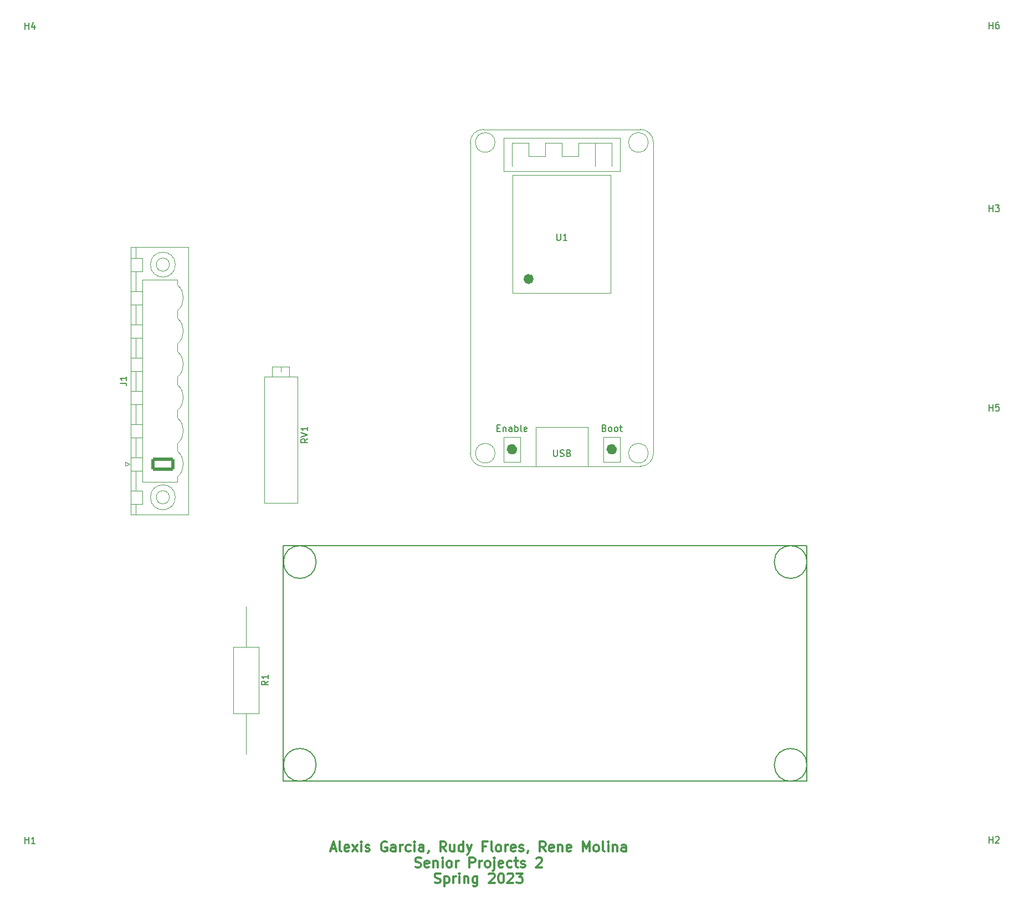
<source format=gto>
%TF.GenerationSoftware,KiCad,Pcbnew,(6.0.11-0)*%
%TF.CreationDate,2023-03-27T16:41:50-06:00*%
%TF.ProjectId,LCD,4c43442e-6b69-4636-9164-5f7063625858,rev?*%
%TF.SameCoordinates,Original*%
%TF.FileFunction,Legend,Top*%
%TF.FilePolarity,Positive*%
%FSLAX46Y46*%
G04 Gerber Fmt 4.6, Leading zero omitted, Abs format (unit mm)*
G04 Created by KiCad (PCBNEW (6.0.11-0)) date 2023-03-27 16:41:50*
%MOMM*%
%LPD*%
G01*
G04 APERTURE LIST*
G04 Aperture macros list*
%AMRoundRect*
0 Rectangle with rounded corners*
0 $1 Rounding radius*
0 $2 $3 $4 $5 $6 $7 $8 $9 X,Y pos of 4 corners*
0 Add a 4 corners polygon primitive as box body*
4,1,4,$2,$3,$4,$5,$6,$7,$8,$9,$2,$3,0*
0 Add four circle primitives for the rounded corners*
1,1,$1+$1,$2,$3*
1,1,$1+$1,$4,$5*
1,1,$1+$1,$6,$7*
1,1,$1+$1,$8,$9*
0 Add four rect primitives between the rounded corners*
20,1,$1+$1,$2,$3,$4,$5,0*
20,1,$1+$1,$4,$5,$6,$7,0*
20,1,$1+$1,$6,$7,$8,$9,0*
20,1,$1+$1,$8,$9,$2,$3,0*%
G04 Aperture macros list end*
%ADD10C,0.300000*%
%ADD11C,0.150000*%
%ADD12C,0.120000*%
%ADD13C,1.000000*%
%ADD14C,0.800000*%
%ADD15O,1.800000X2.600000*%
%ADD16C,3.230000*%
%ADD17C,1.800000*%
%ADD18RoundRect,0.249999X1.550001X-0.790001X1.550001X0.790001X-1.550001X0.790001X-1.550001X-0.790001X0*%
%ADD19O,3.600000X2.080000*%
%ADD20R,1.524000X1.524000*%
%ADD21C,1.524000*%
%ADD22C,2.400000*%
%ADD23O,2.400000X2.400000*%
G04 APERTURE END LIST*
D10*
X81568571Y-150235000D02*
X82282857Y-150235000D01*
X81425714Y-150663571D02*
X81925714Y-149163571D01*
X82425714Y-150663571D01*
X83139999Y-150663571D02*
X82997142Y-150592142D01*
X82925714Y-150449285D01*
X82925714Y-149163571D01*
X84282857Y-150592142D02*
X84139999Y-150663571D01*
X83854285Y-150663571D01*
X83711428Y-150592142D01*
X83639999Y-150449285D01*
X83639999Y-149877857D01*
X83711428Y-149735000D01*
X83854285Y-149663571D01*
X84139999Y-149663571D01*
X84282857Y-149735000D01*
X84354285Y-149877857D01*
X84354285Y-150020714D01*
X83639999Y-150163571D01*
X84854285Y-150663571D02*
X85639999Y-149663571D01*
X84854285Y-149663571D02*
X85639999Y-150663571D01*
X86211428Y-150663571D02*
X86211428Y-149663571D01*
X86211428Y-149163571D02*
X86139999Y-149235000D01*
X86211428Y-149306428D01*
X86282857Y-149235000D01*
X86211428Y-149163571D01*
X86211428Y-149306428D01*
X86854285Y-150592142D02*
X86997142Y-150663571D01*
X87282857Y-150663571D01*
X87425714Y-150592142D01*
X87497142Y-150449285D01*
X87497142Y-150377857D01*
X87425714Y-150235000D01*
X87282857Y-150163571D01*
X87068571Y-150163571D01*
X86925714Y-150092142D01*
X86854285Y-149949285D01*
X86854285Y-149877857D01*
X86925714Y-149735000D01*
X87068571Y-149663571D01*
X87282857Y-149663571D01*
X87425714Y-149735000D01*
X90068571Y-149235000D02*
X89925714Y-149163571D01*
X89711428Y-149163571D01*
X89497142Y-149235000D01*
X89354285Y-149377857D01*
X89282857Y-149520714D01*
X89211428Y-149806428D01*
X89211428Y-150020714D01*
X89282857Y-150306428D01*
X89354285Y-150449285D01*
X89497142Y-150592142D01*
X89711428Y-150663571D01*
X89854285Y-150663571D01*
X90068571Y-150592142D01*
X90140000Y-150520714D01*
X90140000Y-150020714D01*
X89854285Y-150020714D01*
X91425714Y-150663571D02*
X91425714Y-149877857D01*
X91354285Y-149735000D01*
X91211428Y-149663571D01*
X90925714Y-149663571D01*
X90782857Y-149735000D01*
X91425714Y-150592142D02*
X91282857Y-150663571D01*
X90925714Y-150663571D01*
X90782857Y-150592142D01*
X90711428Y-150449285D01*
X90711428Y-150306428D01*
X90782857Y-150163571D01*
X90925714Y-150092142D01*
X91282857Y-150092142D01*
X91425714Y-150020714D01*
X92139999Y-150663571D02*
X92139999Y-149663571D01*
X92139999Y-149949285D02*
X92211428Y-149806428D01*
X92282857Y-149735000D01*
X92425714Y-149663571D01*
X92568571Y-149663571D01*
X93711428Y-150592142D02*
X93568571Y-150663571D01*
X93282857Y-150663571D01*
X93140000Y-150592142D01*
X93068571Y-150520714D01*
X92997142Y-150377857D01*
X92997142Y-149949285D01*
X93068571Y-149806428D01*
X93140000Y-149735000D01*
X93282857Y-149663571D01*
X93568571Y-149663571D01*
X93711428Y-149735000D01*
X94354285Y-150663571D02*
X94354285Y-149663571D01*
X94354285Y-149163571D02*
X94282857Y-149235000D01*
X94354285Y-149306428D01*
X94425714Y-149235000D01*
X94354285Y-149163571D01*
X94354285Y-149306428D01*
X95711428Y-150663571D02*
X95711428Y-149877857D01*
X95640000Y-149735000D01*
X95497142Y-149663571D01*
X95211428Y-149663571D01*
X95068571Y-149735000D01*
X95711428Y-150592142D02*
X95568571Y-150663571D01*
X95211428Y-150663571D01*
X95068571Y-150592142D01*
X94997142Y-150449285D01*
X94997142Y-150306428D01*
X95068571Y-150163571D01*
X95211428Y-150092142D01*
X95568571Y-150092142D01*
X95711428Y-150020714D01*
X96497142Y-150592142D02*
X96497142Y-150663571D01*
X96425714Y-150806428D01*
X96354285Y-150877857D01*
X99139999Y-150663571D02*
X98639999Y-149949285D01*
X98282857Y-150663571D02*
X98282857Y-149163571D01*
X98854285Y-149163571D01*
X98997142Y-149235000D01*
X99068571Y-149306428D01*
X99139999Y-149449285D01*
X99139999Y-149663571D01*
X99068571Y-149806428D01*
X98997142Y-149877857D01*
X98854285Y-149949285D01*
X98282857Y-149949285D01*
X100425714Y-149663571D02*
X100425714Y-150663571D01*
X99782857Y-149663571D02*
X99782857Y-150449285D01*
X99854285Y-150592142D01*
X99997142Y-150663571D01*
X100211428Y-150663571D01*
X100354285Y-150592142D01*
X100425714Y-150520714D01*
X101782857Y-150663571D02*
X101782857Y-149163571D01*
X101782857Y-150592142D02*
X101640000Y-150663571D01*
X101354285Y-150663571D01*
X101211428Y-150592142D01*
X101140000Y-150520714D01*
X101068571Y-150377857D01*
X101068571Y-149949285D01*
X101140000Y-149806428D01*
X101211428Y-149735000D01*
X101354285Y-149663571D01*
X101640000Y-149663571D01*
X101782857Y-149735000D01*
X102354285Y-149663571D02*
X102711428Y-150663571D01*
X103068571Y-149663571D02*
X102711428Y-150663571D01*
X102568571Y-151020714D01*
X102497142Y-151092142D01*
X102354285Y-151163571D01*
X105282857Y-149877857D02*
X104782857Y-149877857D01*
X104782857Y-150663571D02*
X104782857Y-149163571D01*
X105497142Y-149163571D01*
X106282857Y-150663571D02*
X106140000Y-150592142D01*
X106068571Y-150449285D01*
X106068571Y-149163571D01*
X107068571Y-150663571D02*
X106925714Y-150592142D01*
X106854285Y-150520714D01*
X106782857Y-150377857D01*
X106782857Y-149949285D01*
X106854285Y-149806428D01*
X106925714Y-149735000D01*
X107068571Y-149663571D01*
X107282857Y-149663571D01*
X107425714Y-149735000D01*
X107497142Y-149806428D01*
X107568571Y-149949285D01*
X107568571Y-150377857D01*
X107497142Y-150520714D01*
X107425714Y-150592142D01*
X107282857Y-150663571D01*
X107068571Y-150663571D01*
X108211428Y-150663571D02*
X108211428Y-149663571D01*
X108211428Y-149949285D02*
X108282857Y-149806428D01*
X108354285Y-149735000D01*
X108497142Y-149663571D01*
X108640000Y-149663571D01*
X109711428Y-150592142D02*
X109568571Y-150663571D01*
X109282857Y-150663571D01*
X109140000Y-150592142D01*
X109068571Y-150449285D01*
X109068571Y-149877857D01*
X109140000Y-149735000D01*
X109282857Y-149663571D01*
X109568571Y-149663571D01*
X109711428Y-149735000D01*
X109782857Y-149877857D01*
X109782857Y-150020714D01*
X109068571Y-150163571D01*
X110354285Y-150592142D02*
X110497142Y-150663571D01*
X110782857Y-150663571D01*
X110925714Y-150592142D01*
X110997142Y-150449285D01*
X110997142Y-150377857D01*
X110925714Y-150235000D01*
X110782857Y-150163571D01*
X110568571Y-150163571D01*
X110425714Y-150092142D01*
X110354285Y-149949285D01*
X110354285Y-149877857D01*
X110425714Y-149735000D01*
X110568571Y-149663571D01*
X110782857Y-149663571D01*
X110925714Y-149735000D01*
X111711428Y-150592142D02*
X111711428Y-150663571D01*
X111640000Y-150806428D01*
X111568571Y-150877857D01*
X114354285Y-150663571D02*
X113854285Y-149949285D01*
X113497142Y-150663571D02*
X113497142Y-149163571D01*
X114068571Y-149163571D01*
X114211428Y-149235000D01*
X114282857Y-149306428D01*
X114354285Y-149449285D01*
X114354285Y-149663571D01*
X114282857Y-149806428D01*
X114211428Y-149877857D01*
X114068571Y-149949285D01*
X113497142Y-149949285D01*
X115568571Y-150592142D02*
X115425714Y-150663571D01*
X115140000Y-150663571D01*
X114997142Y-150592142D01*
X114925714Y-150449285D01*
X114925714Y-149877857D01*
X114997142Y-149735000D01*
X115140000Y-149663571D01*
X115425714Y-149663571D01*
X115568571Y-149735000D01*
X115640000Y-149877857D01*
X115640000Y-150020714D01*
X114925714Y-150163571D01*
X116282857Y-149663571D02*
X116282857Y-150663571D01*
X116282857Y-149806428D02*
X116354285Y-149735000D01*
X116497142Y-149663571D01*
X116711428Y-149663571D01*
X116854285Y-149735000D01*
X116925714Y-149877857D01*
X116925714Y-150663571D01*
X118211428Y-150592142D02*
X118068571Y-150663571D01*
X117782857Y-150663571D01*
X117640000Y-150592142D01*
X117568571Y-150449285D01*
X117568571Y-149877857D01*
X117640000Y-149735000D01*
X117782857Y-149663571D01*
X118068571Y-149663571D01*
X118211428Y-149735000D01*
X118282857Y-149877857D01*
X118282857Y-150020714D01*
X117568571Y-150163571D01*
X120068571Y-150663571D02*
X120068571Y-149163571D01*
X120568571Y-150235000D01*
X121068571Y-149163571D01*
X121068571Y-150663571D01*
X121997142Y-150663571D02*
X121854285Y-150592142D01*
X121782857Y-150520714D01*
X121711428Y-150377857D01*
X121711428Y-149949285D01*
X121782857Y-149806428D01*
X121854285Y-149735000D01*
X121997142Y-149663571D01*
X122211428Y-149663571D01*
X122354285Y-149735000D01*
X122425714Y-149806428D01*
X122497142Y-149949285D01*
X122497142Y-150377857D01*
X122425714Y-150520714D01*
X122354285Y-150592142D01*
X122211428Y-150663571D01*
X121997142Y-150663571D01*
X123354285Y-150663571D02*
X123211428Y-150592142D01*
X123140000Y-150449285D01*
X123140000Y-149163571D01*
X123925714Y-150663571D02*
X123925714Y-149663571D01*
X123925714Y-149163571D02*
X123854285Y-149235000D01*
X123925714Y-149306428D01*
X123997142Y-149235000D01*
X123925714Y-149163571D01*
X123925714Y-149306428D01*
X124640000Y-149663571D02*
X124640000Y-150663571D01*
X124640000Y-149806428D02*
X124711428Y-149735000D01*
X124854285Y-149663571D01*
X125068571Y-149663571D01*
X125211428Y-149735000D01*
X125282857Y-149877857D01*
X125282857Y-150663571D01*
X126640000Y-150663571D02*
X126640000Y-149877857D01*
X126568571Y-149735000D01*
X126425714Y-149663571D01*
X126140000Y-149663571D01*
X125997142Y-149735000D01*
X126640000Y-150592142D02*
X126497142Y-150663571D01*
X126140000Y-150663571D01*
X125997142Y-150592142D01*
X125925714Y-150449285D01*
X125925714Y-150306428D01*
X125997142Y-150163571D01*
X126140000Y-150092142D01*
X126497142Y-150092142D01*
X126640000Y-150020714D01*
X94461428Y-153007142D02*
X94675714Y-153078571D01*
X95032857Y-153078571D01*
X95175714Y-153007142D01*
X95247142Y-152935714D01*
X95318571Y-152792857D01*
X95318571Y-152650000D01*
X95247142Y-152507142D01*
X95175714Y-152435714D01*
X95032857Y-152364285D01*
X94747142Y-152292857D01*
X94604285Y-152221428D01*
X94532857Y-152150000D01*
X94461428Y-152007142D01*
X94461428Y-151864285D01*
X94532857Y-151721428D01*
X94604285Y-151650000D01*
X94747142Y-151578571D01*
X95104285Y-151578571D01*
X95318571Y-151650000D01*
X96532857Y-153007142D02*
X96390000Y-153078571D01*
X96104285Y-153078571D01*
X95961428Y-153007142D01*
X95890000Y-152864285D01*
X95890000Y-152292857D01*
X95961428Y-152150000D01*
X96104285Y-152078571D01*
X96390000Y-152078571D01*
X96532857Y-152150000D01*
X96604285Y-152292857D01*
X96604285Y-152435714D01*
X95890000Y-152578571D01*
X97247142Y-152078571D02*
X97247142Y-153078571D01*
X97247142Y-152221428D02*
X97318571Y-152150000D01*
X97461428Y-152078571D01*
X97675714Y-152078571D01*
X97818571Y-152150000D01*
X97890000Y-152292857D01*
X97890000Y-153078571D01*
X98604285Y-153078571D02*
X98604285Y-152078571D01*
X98604285Y-151578571D02*
X98532857Y-151650000D01*
X98604285Y-151721428D01*
X98675714Y-151650000D01*
X98604285Y-151578571D01*
X98604285Y-151721428D01*
X99532857Y-153078571D02*
X99390000Y-153007142D01*
X99318571Y-152935714D01*
X99247142Y-152792857D01*
X99247142Y-152364285D01*
X99318571Y-152221428D01*
X99390000Y-152150000D01*
X99532857Y-152078571D01*
X99747142Y-152078571D01*
X99890000Y-152150000D01*
X99961428Y-152221428D01*
X100032857Y-152364285D01*
X100032857Y-152792857D01*
X99961428Y-152935714D01*
X99890000Y-153007142D01*
X99747142Y-153078571D01*
X99532857Y-153078571D01*
X100675714Y-153078571D02*
X100675714Y-152078571D01*
X100675714Y-152364285D02*
X100747142Y-152221428D01*
X100818571Y-152150000D01*
X100961428Y-152078571D01*
X101104285Y-152078571D01*
X102747142Y-153078571D02*
X102747142Y-151578571D01*
X103318571Y-151578571D01*
X103461428Y-151650000D01*
X103532857Y-151721428D01*
X103604285Y-151864285D01*
X103604285Y-152078571D01*
X103532857Y-152221428D01*
X103461428Y-152292857D01*
X103318571Y-152364285D01*
X102747142Y-152364285D01*
X104247142Y-153078571D02*
X104247142Y-152078571D01*
X104247142Y-152364285D02*
X104318571Y-152221428D01*
X104390000Y-152150000D01*
X104532857Y-152078571D01*
X104675714Y-152078571D01*
X105390000Y-153078571D02*
X105247142Y-153007142D01*
X105175714Y-152935714D01*
X105104285Y-152792857D01*
X105104285Y-152364285D01*
X105175714Y-152221428D01*
X105247142Y-152150000D01*
X105390000Y-152078571D01*
X105604285Y-152078571D01*
X105747142Y-152150000D01*
X105818571Y-152221428D01*
X105890000Y-152364285D01*
X105890000Y-152792857D01*
X105818571Y-152935714D01*
X105747142Y-153007142D01*
X105604285Y-153078571D01*
X105390000Y-153078571D01*
X106532857Y-152078571D02*
X106532857Y-153364285D01*
X106461428Y-153507142D01*
X106318571Y-153578571D01*
X106247142Y-153578571D01*
X106532857Y-151578571D02*
X106461428Y-151650000D01*
X106532857Y-151721428D01*
X106604285Y-151650000D01*
X106532857Y-151578571D01*
X106532857Y-151721428D01*
X107818571Y-153007142D02*
X107675714Y-153078571D01*
X107390000Y-153078571D01*
X107247142Y-153007142D01*
X107175714Y-152864285D01*
X107175714Y-152292857D01*
X107247142Y-152150000D01*
X107390000Y-152078571D01*
X107675714Y-152078571D01*
X107818571Y-152150000D01*
X107890000Y-152292857D01*
X107890000Y-152435714D01*
X107175714Y-152578571D01*
X109175714Y-153007142D02*
X109032857Y-153078571D01*
X108747142Y-153078571D01*
X108604285Y-153007142D01*
X108532857Y-152935714D01*
X108461428Y-152792857D01*
X108461428Y-152364285D01*
X108532857Y-152221428D01*
X108604285Y-152150000D01*
X108747142Y-152078571D01*
X109032857Y-152078571D01*
X109175714Y-152150000D01*
X109604285Y-152078571D02*
X110175714Y-152078571D01*
X109818571Y-151578571D02*
X109818571Y-152864285D01*
X109890000Y-153007142D01*
X110032857Y-153078571D01*
X110175714Y-153078571D01*
X110604285Y-153007142D02*
X110747142Y-153078571D01*
X111032857Y-153078571D01*
X111175714Y-153007142D01*
X111247142Y-152864285D01*
X111247142Y-152792857D01*
X111175714Y-152650000D01*
X111032857Y-152578571D01*
X110818571Y-152578571D01*
X110675714Y-152507142D01*
X110604285Y-152364285D01*
X110604285Y-152292857D01*
X110675714Y-152150000D01*
X110818571Y-152078571D01*
X111032857Y-152078571D01*
X111175714Y-152150000D01*
X112961428Y-151721428D02*
X113032857Y-151650000D01*
X113175714Y-151578571D01*
X113532857Y-151578571D01*
X113675714Y-151650000D01*
X113747142Y-151721428D01*
X113818571Y-151864285D01*
X113818571Y-152007142D01*
X113747142Y-152221428D01*
X112890000Y-153078571D01*
X113818571Y-153078571D01*
X97425714Y-155422142D02*
X97640000Y-155493571D01*
X97997142Y-155493571D01*
X98140000Y-155422142D01*
X98211428Y-155350714D01*
X98282857Y-155207857D01*
X98282857Y-155065000D01*
X98211428Y-154922142D01*
X98140000Y-154850714D01*
X97997142Y-154779285D01*
X97711428Y-154707857D01*
X97568571Y-154636428D01*
X97497142Y-154565000D01*
X97425714Y-154422142D01*
X97425714Y-154279285D01*
X97497142Y-154136428D01*
X97568571Y-154065000D01*
X97711428Y-153993571D01*
X98068571Y-153993571D01*
X98282857Y-154065000D01*
X98925714Y-154493571D02*
X98925714Y-155993571D01*
X98925714Y-154565000D02*
X99068571Y-154493571D01*
X99354285Y-154493571D01*
X99497142Y-154565000D01*
X99568571Y-154636428D01*
X99640000Y-154779285D01*
X99640000Y-155207857D01*
X99568571Y-155350714D01*
X99497142Y-155422142D01*
X99354285Y-155493571D01*
X99068571Y-155493571D01*
X98925714Y-155422142D01*
X100282857Y-155493571D02*
X100282857Y-154493571D01*
X100282857Y-154779285D02*
X100354285Y-154636428D01*
X100425714Y-154565000D01*
X100568571Y-154493571D01*
X100711428Y-154493571D01*
X101211428Y-155493571D02*
X101211428Y-154493571D01*
X101211428Y-153993571D02*
X101140000Y-154065000D01*
X101211428Y-154136428D01*
X101282857Y-154065000D01*
X101211428Y-153993571D01*
X101211428Y-154136428D01*
X101925714Y-154493571D02*
X101925714Y-155493571D01*
X101925714Y-154636428D02*
X101997142Y-154565000D01*
X102140000Y-154493571D01*
X102354285Y-154493571D01*
X102497142Y-154565000D01*
X102568571Y-154707857D01*
X102568571Y-155493571D01*
X103925714Y-154493571D02*
X103925714Y-155707857D01*
X103854285Y-155850714D01*
X103782857Y-155922142D01*
X103640000Y-155993571D01*
X103425714Y-155993571D01*
X103282857Y-155922142D01*
X103925714Y-155422142D02*
X103782857Y-155493571D01*
X103497142Y-155493571D01*
X103354285Y-155422142D01*
X103282857Y-155350714D01*
X103211428Y-155207857D01*
X103211428Y-154779285D01*
X103282857Y-154636428D01*
X103354285Y-154565000D01*
X103497142Y-154493571D01*
X103782857Y-154493571D01*
X103925714Y-154565000D01*
X105711428Y-154136428D02*
X105782857Y-154065000D01*
X105925714Y-153993571D01*
X106282857Y-153993571D01*
X106425714Y-154065000D01*
X106497142Y-154136428D01*
X106568571Y-154279285D01*
X106568571Y-154422142D01*
X106497142Y-154636428D01*
X105640000Y-155493571D01*
X106568571Y-155493571D01*
X107497142Y-153993571D02*
X107640000Y-153993571D01*
X107782857Y-154065000D01*
X107854285Y-154136428D01*
X107925714Y-154279285D01*
X107997142Y-154565000D01*
X107997142Y-154922142D01*
X107925714Y-155207857D01*
X107854285Y-155350714D01*
X107782857Y-155422142D01*
X107640000Y-155493571D01*
X107497142Y-155493571D01*
X107354285Y-155422142D01*
X107282857Y-155350714D01*
X107211428Y-155207857D01*
X107140000Y-154922142D01*
X107140000Y-154565000D01*
X107211428Y-154279285D01*
X107282857Y-154136428D01*
X107354285Y-154065000D01*
X107497142Y-153993571D01*
X108568571Y-154136428D02*
X108640000Y-154065000D01*
X108782857Y-153993571D01*
X109140000Y-153993571D01*
X109282857Y-154065000D01*
X109354285Y-154136428D01*
X109425714Y-154279285D01*
X109425714Y-154422142D01*
X109354285Y-154636428D01*
X108497142Y-155493571D01*
X109425714Y-155493571D01*
X109925714Y-153993571D02*
X110854285Y-153993571D01*
X110354285Y-154565000D01*
X110568571Y-154565000D01*
X110711428Y-154636428D01*
X110782857Y-154707857D01*
X110854285Y-154850714D01*
X110854285Y-155207857D01*
X110782857Y-155350714D01*
X110711428Y-155422142D01*
X110568571Y-155493571D01*
X110140000Y-155493571D01*
X109997142Y-155422142D01*
X109925714Y-155350714D01*
D11*
X182118095Y-24892380D02*
X182118095Y-23892380D01*
X182118095Y-24368571D02*
X182689523Y-24368571D01*
X182689523Y-24892380D02*
X182689523Y-23892380D01*
X183594285Y-23892380D02*
X183403809Y-23892380D01*
X183308571Y-23940000D01*
X183260952Y-23987619D01*
X183165714Y-24130476D01*
X183118095Y-24320952D01*
X183118095Y-24701904D01*
X183165714Y-24797142D01*
X183213333Y-24844761D01*
X183308571Y-24892380D01*
X183499047Y-24892380D01*
X183594285Y-24844761D01*
X183641904Y-24797142D01*
X183689523Y-24701904D01*
X183689523Y-24463809D01*
X183641904Y-24368571D01*
X183594285Y-24320952D01*
X183499047Y-24273333D01*
X183308571Y-24273333D01*
X183213333Y-24320952D01*
X183165714Y-24368571D01*
X183118095Y-24463809D01*
X78012380Y-87575238D02*
X77536190Y-87908571D01*
X78012380Y-88146666D02*
X77012380Y-88146666D01*
X77012380Y-87765714D01*
X77060000Y-87670476D01*
X77107619Y-87622857D01*
X77202857Y-87575238D01*
X77345714Y-87575238D01*
X77440952Y-87622857D01*
X77488571Y-87670476D01*
X77536190Y-87765714D01*
X77536190Y-88146666D01*
X77012380Y-87289523D02*
X78012380Y-86956190D01*
X77012380Y-86622857D01*
X78012380Y-85765714D02*
X78012380Y-86337142D01*
X78012380Y-86051428D02*
X77012380Y-86051428D01*
X77155238Y-86146666D01*
X77250476Y-86241904D01*
X77298095Y-86337142D01*
X49332380Y-79073333D02*
X50046666Y-79073333D01*
X50189523Y-79120952D01*
X50284761Y-79216190D01*
X50332380Y-79359047D01*
X50332380Y-79454285D01*
X50332380Y-78073333D02*
X50332380Y-78644761D01*
X50332380Y-78359047D02*
X49332380Y-78359047D01*
X49475238Y-78454285D01*
X49570476Y-78549523D01*
X49618095Y-78644761D01*
X182118095Y-83312380D02*
X182118095Y-82312380D01*
X182118095Y-82788571D02*
X182689523Y-82788571D01*
X182689523Y-83312380D02*
X182689523Y-82312380D01*
X183641904Y-82312380D02*
X183165714Y-82312380D01*
X183118095Y-82788571D01*
X183165714Y-82740952D01*
X183260952Y-82693333D01*
X183499047Y-82693333D01*
X183594285Y-82740952D01*
X183641904Y-82788571D01*
X183689523Y-82883809D01*
X183689523Y-83121904D01*
X183641904Y-83217142D01*
X183594285Y-83264761D01*
X183499047Y-83312380D01*
X183260952Y-83312380D01*
X183165714Y-83264761D01*
X183118095Y-83217142D01*
X182118095Y-52872380D02*
X182118095Y-51872380D01*
X182118095Y-52348571D02*
X182689523Y-52348571D01*
X182689523Y-52872380D02*
X182689523Y-51872380D01*
X183070476Y-51872380D02*
X183689523Y-51872380D01*
X183356190Y-52253333D01*
X183499047Y-52253333D01*
X183594285Y-52300952D01*
X183641904Y-52348571D01*
X183689523Y-52443809D01*
X183689523Y-52681904D01*
X183641904Y-52777142D01*
X183594285Y-52824761D01*
X183499047Y-52872380D01*
X183213333Y-52872380D01*
X183118095Y-52824761D01*
X183070476Y-52777142D01*
X34798095Y-149432380D02*
X34798095Y-148432380D01*
X34798095Y-148908571D02*
X35369523Y-148908571D01*
X35369523Y-149432380D02*
X35369523Y-148432380D01*
X36369523Y-149432380D02*
X35798095Y-149432380D01*
X36083809Y-149432380D02*
X36083809Y-148432380D01*
X35988571Y-148575238D01*
X35893333Y-148670476D01*
X35798095Y-148718095D01*
X116078095Y-56252380D02*
X116078095Y-57061904D01*
X116125714Y-57157142D01*
X116173333Y-57204761D01*
X116268571Y-57252380D01*
X116459047Y-57252380D01*
X116554285Y-57204761D01*
X116601904Y-57157142D01*
X116649523Y-57061904D01*
X116649523Y-56252380D01*
X117649523Y-57252380D02*
X117078095Y-57252380D01*
X117363809Y-57252380D02*
X117363809Y-56252380D01*
X117268571Y-56395238D01*
X117173333Y-56490476D01*
X117078095Y-56538095D01*
X123340952Y-85938571D02*
X123483809Y-85986190D01*
X123531428Y-86033809D01*
X123579047Y-86129047D01*
X123579047Y-86271904D01*
X123531428Y-86367142D01*
X123483809Y-86414761D01*
X123388571Y-86462380D01*
X123007619Y-86462380D01*
X123007619Y-85462380D01*
X123340952Y-85462380D01*
X123436190Y-85510000D01*
X123483809Y-85557619D01*
X123531428Y-85652857D01*
X123531428Y-85748095D01*
X123483809Y-85843333D01*
X123436190Y-85890952D01*
X123340952Y-85938571D01*
X123007619Y-85938571D01*
X124150476Y-86462380D02*
X124055238Y-86414761D01*
X124007619Y-86367142D01*
X123960000Y-86271904D01*
X123960000Y-85986190D01*
X124007619Y-85890952D01*
X124055238Y-85843333D01*
X124150476Y-85795714D01*
X124293333Y-85795714D01*
X124388571Y-85843333D01*
X124436190Y-85890952D01*
X124483809Y-85986190D01*
X124483809Y-86271904D01*
X124436190Y-86367142D01*
X124388571Y-86414761D01*
X124293333Y-86462380D01*
X124150476Y-86462380D01*
X125055238Y-86462380D02*
X124960000Y-86414761D01*
X124912380Y-86367142D01*
X124864761Y-86271904D01*
X124864761Y-85986190D01*
X124912380Y-85890952D01*
X124960000Y-85843333D01*
X125055238Y-85795714D01*
X125198095Y-85795714D01*
X125293333Y-85843333D01*
X125340952Y-85890952D01*
X125388571Y-85986190D01*
X125388571Y-86271904D01*
X125340952Y-86367142D01*
X125293333Y-86414761D01*
X125198095Y-86462380D01*
X125055238Y-86462380D01*
X125674285Y-85795714D02*
X126055238Y-85795714D01*
X125817142Y-85462380D02*
X125817142Y-86319523D01*
X125864761Y-86414761D01*
X125960000Y-86462380D01*
X126055238Y-86462380D01*
X115578095Y-89272380D02*
X115578095Y-90081904D01*
X115625714Y-90177142D01*
X115673333Y-90224761D01*
X115768571Y-90272380D01*
X115959047Y-90272380D01*
X116054285Y-90224761D01*
X116101904Y-90177142D01*
X116149523Y-90081904D01*
X116149523Y-89272380D01*
X116578095Y-90224761D02*
X116720952Y-90272380D01*
X116959047Y-90272380D01*
X117054285Y-90224761D01*
X117101904Y-90177142D01*
X117149523Y-90081904D01*
X117149523Y-89986666D01*
X117101904Y-89891428D01*
X117054285Y-89843809D01*
X116959047Y-89796190D01*
X116768571Y-89748571D01*
X116673333Y-89700952D01*
X116625714Y-89653333D01*
X116578095Y-89558095D01*
X116578095Y-89462857D01*
X116625714Y-89367619D01*
X116673333Y-89320000D01*
X116768571Y-89272380D01*
X117006666Y-89272380D01*
X117149523Y-89320000D01*
X117911428Y-89748571D02*
X118054285Y-89796190D01*
X118101904Y-89843809D01*
X118149523Y-89939047D01*
X118149523Y-90081904D01*
X118101904Y-90177142D01*
X118054285Y-90224761D01*
X117959047Y-90272380D01*
X117578095Y-90272380D01*
X117578095Y-89272380D01*
X117911428Y-89272380D01*
X118006666Y-89320000D01*
X118054285Y-89367619D01*
X118101904Y-89462857D01*
X118101904Y-89558095D01*
X118054285Y-89653333D01*
X118006666Y-89700952D01*
X117911428Y-89748571D01*
X117578095Y-89748571D01*
X106958095Y-85938571D02*
X107291428Y-85938571D01*
X107434285Y-86462380D02*
X106958095Y-86462380D01*
X106958095Y-85462380D01*
X107434285Y-85462380D01*
X107862857Y-85795714D02*
X107862857Y-86462380D01*
X107862857Y-85890952D02*
X107910476Y-85843333D01*
X108005714Y-85795714D01*
X108148571Y-85795714D01*
X108243809Y-85843333D01*
X108291428Y-85938571D01*
X108291428Y-86462380D01*
X109196190Y-86462380D02*
X109196190Y-85938571D01*
X109148571Y-85843333D01*
X109053333Y-85795714D01*
X108862857Y-85795714D01*
X108767619Y-85843333D01*
X109196190Y-86414761D02*
X109100952Y-86462380D01*
X108862857Y-86462380D01*
X108767619Y-86414761D01*
X108720000Y-86319523D01*
X108720000Y-86224285D01*
X108767619Y-86129047D01*
X108862857Y-86081428D01*
X109100952Y-86081428D01*
X109196190Y-86033809D01*
X109672380Y-86462380D02*
X109672380Y-85462380D01*
X109672380Y-85843333D02*
X109767619Y-85795714D01*
X109958095Y-85795714D01*
X110053333Y-85843333D01*
X110100952Y-85890952D01*
X110148571Y-85986190D01*
X110148571Y-86271904D01*
X110100952Y-86367142D01*
X110053333Y-86414761D01*
X109958095Y-86462380D01*
X109767619Y-86462380D01*
X109672380Y-86414761D01*
X110720000Y-86462380D02*
X110624761Y-86414761D01*
X110577142Y-86319523D01*
X110577142Y-85462380D01*
X111481904Y-86414761D02*
X111386666Y-86462380D01*
X111196190Y-86462380D01*
X111100952Y-86414761D01*
X111053333Y-86319523D01*
X111053333Y-85938571D01*
X111100952Y-85843333D01*
X111196190Y-85795714D01*
X111386666Y-85795714D01*
X111481904Y-85843333D01*
X111529523Y-85938571D01*
X111529523Y-86033809D01*
X111053333Y-86129047D01*
X71952380Y-124626666D02*
X71476190Y-124960000D01*
X71952380Y-125198095D02*
X70952380Y-125198095D01*
X70952380Y-124817142D01*
X71000000Y-124721904D01*
X71047619Y-124674285D01*
X71142857Y-124626666D01*
X71285714Y-124626666D01*
X71380952Y-124674285D01*
X71428571Y-124721904D01*
X71476190Y-124817142D01*
X71476190Y-125198095D01*
X71952380Y-123674285D02*
X71952380Y-124245714D01*
X71952380Y-123960000D02*
X70952380Y-123960000D01*
X71095238Y-124055238D01*
X71190476Y-124150476D01*
X71238095Y-124245714D01*
X182118095Y-149392380D02*
X182118095Y-148392380D01*
X182118095Y-148868571D02*
X182689523Y-148868571D01*
X182689523Y-149392380D02*
X182689523Y-148392380D01*
X183118095Y-148487619D02*
X183165714Y-148440000D01*
X183260952Y-148392380D01*
X183499047Y-148392380D01*
X183594285Y-148440000D01*
X183641904Y-148487619D01*
X183689523Y-148582857D01*
X183689523Y-148678095D01*
X183641904Y-148820952D01*
X183070476Y-149392380D01*
X183689523Y-149392380D01*
X34798095Y-24972380D02*
X34798095Y-23972380D01*
X34798095Y-24448571D02*
X35369523Y-24448571D01*
X35369523Y-24972380D02*
X35369523Y-23972380D01*
X36274285Y-24305714D02*
X36274285Y-24972380D01*
X36036190Y-23924761D02*
X35798095Y-24639047D01*
X36417142Y-24639047D01*
D12*
X72595000Y-76575000D02*
X72595000Y-78094000D01*
X76430000Y-78095000D02*
X76430000Y-97385000D01*
X75194000Y-76575000D02*
X72595000Y-76575000D01*
X75194000Y-78094000D02*
X72595000Y-78094000D01*
X75194000Y-76575000D02*
X75194000Y-78094000D01*
X76430000Y-78095000D02*
X71360000Y-78095000D01*
X76430000Y-97385000D02*
X71360000Y-97385000D01*
X73895000Y-76575000D02*
X73895000Y-77334000D01*
X71360000Y-78095000D02*
X71360000Y-97385000D01*
X52780000Y-95520000D02*
X52780000Y-97520000D01*
X51780000Y-85360000D02*
X51780000Y-82280000D01*
X50970000Y-95520000D02*
X52780000Y-95520000D01*
X58080000Y-84360000D02*
X58080000Y-83280000D01*
X52780000Y-92440000D02*
X50970000Y-92440000D01*
X58080000Y-63300000D02*
X58080000Y-64040000D01*
X52780000Y-65040000D02*
X52780000Y-67040000D01*
X51780000Y-95520000D02*
X51780000Y-92440000D01*
X50970000Y-92440000D02*
X50970000Y-90440000D01*
X51780000Y-65040000D02*
X51780000Y-61960000D01*
X52780000Y-77200000D02*
X50970000Y-77200000D01*
X59790000Y-58310000D02*
X50970000Y-58310000D01*
X50970000Y-90440000D02*
X52780000Y-90440000D01*
X52780000Y-94180000D02*
X52780000Y-63300000D01*
X58080000Y-89440000D02*
X58080000Y-88360000D01*
X59790000Y-99170000D02*
X59790000Y-58310000D01*
X52780000Y-61960000D02*
X50970000Y-61960000D01*
X50970000Y-67040000D02*
X50970000Y-65040000D01*
X50970000Y-97520000D02*
X50970000Y-95520000D01*
X58080000Y-79280000D02*
X58080000Y-78200000D01*
X50970000Y-99170000D02*
X59790000Y-99170000D01*
X52780000Y-63300000D02*
X58080000Y-63300000D01*
X58080000Y-74200000D02*
X58080000Y-73120000D01*
X52780000Y-82280000D02*
X50970000Y-82280000D01*
X50970000Y-80280000D02*
X52780000Y-80280000D01*
X50970000Y-85360000D02*
X52780000Y-85360000D01*
X51780000Y-90440000D02*
X51780000Y-87360000D01*
X50970000Y-58310000D02*
X50970000Y-99170000D01*
X58080000Y-69120000D02*
X58080000Y-68040000D01*
X51780000Y-80280000D02*
X51780000Y-77200000D01*
X51780000Y-75200000D02*
X51780000Y-72120000D01*
X50970000Y-75200000D02*
X52780000Y-75200000D01*
X52780000Y-87360000D02*
X50970000Y-87360000D01*
X52780000Y-75200000D02*
X52780000Y-77200000D01*
X52780000Y-72120000D02*
X50970000Y-72120000D01*
X52780000Y-80280000D02*
X52780000Y-82280000D01*
X50970000Y-61960000D02*
X50970000Y-59960000D01*
X52780000Y-67040000D02*
X50970000Y-67040000D01*
X50170000Y-91740000D02*
X50170000Y-91140000D01*
X50970000Y-72120000D02*
X50970000Y-70120000D01*
X50170000Y-91140000D02*
X50770000Y-91440000D01*
X58080000Y-94180000D02*
X52780000Y-94180000D01*
X51780000Y-99170000D02*
X51780000Y-97630000D01*
X50970000Y-59960000D02*
X52780000Y-59960000D01*
X50770000Y-91440000D02*
X50170000Y-91740000D01*
X50970000Y-65040000D02*
X52780000Y-65040000D01*
X52780000Y-97520000D02*
X50970000Y-97520000D01*
X51780000Y-70120000D02*
X51780000Y-67040000D01*
X50970000Y-70120000D02*
X52780000Y-70120000D01*
X51780000Y-58310000D02*
X51780000Y-59850000D01*
X52780000Y-59960000D02*
X52780000Y-61960000D01*
X50970000Y-87360000D02*
X50970000Y-85360000D01*
X50970000Y-77200000D02*
X50970000Y-75200000D01*
X58080000Y-93440000D02*
X58080000Y-94180000D01*
X50970000Y-82280000D02*
X50970000Y-80280000D01*
X52780000Y-85360000D02*
X52780000Y-87360000D01*
X52780000Y-70120000D02*
X52780000Y-72120000D01*
X52780000Y-90440000D02*
X52780000Y-92440000D01*
X58080000Y-73120000D02*
G75*
G03*
X58095821Y-69133158I-1650000J2000000D01*
G01*
X58080000Y-78200000D02*
G75*
G03*
X58095821Y-74213158I-1650000J2000000D01*
G01*
X58080000Y-83280000D02*
G75*
G03*
X58095821Y-79293158I-1650000J2000000D01*
G01*
X58080000Y-68040000D02*
G75*
G03*
X58095821Y-64053158I-1650000J2000000D01*
G01*
X58080000Y-93440000D02*
G75*
G03*
X58095821Y-89453158I-1650000J2000000D01*
G01*
X58080000Y-88360000D02*
G75*
G03*
X58095821Y-84373158I-1650000J2000000D01*
G01*
X57780000Y-60960000D02*
G75*
G03*
X57780000Y-60960000I-1900000J0D01*
G01*
X56880000Y-60960000D02*
G75*
G03*
X56880000Y-60960000I-1000000J0D01*
G01*
X56880000Y-96520000D02*
G75*
G03*
X56880000Y-96520000I-1000000J0D01*
G01*
X57780000Y-96520000D02*
G75*
G03*
X57780000Y-96520000I-1900000J0D01*
G01*
D11*
X154299920Y-103919020D02*
X154299920Y-139918440D01*
X154299920Y-139918440D02*
X74300080Y-139918440D01*
X74300080Y-139918440D02*
X74300080Y-103919020D01*
X74300080Y-103919020D02*
X154299920Y-103919020D01*
X154299920Y-137419080D02*
G75*
G03*
X154299920Y-137419080I-2499360J0D01*
G01*
X79303880Y-137419080D02*
G75*
G03*
X79303880Y-137419080I-2501900J0D01*
G01*
X154299920Y-106418380D02*
G75*
G03*
X154299920Y-106418380I-2499360J0D01*
G01*
X79301340Y-106418380D02*
G75*
G03*
X79301340Y-106418380I-2499360J0D01*
G01*
D12*
X124340000Y-65290000D02*
X109340000Y-65290000D01*
X116840000Y-42322000D02*
X116840000Y-44354000D01*
X109340000Y-65290000D02*
X109340000Y-47290000D01*
X107950000Y-46640000D02*
X107950000Y-41560000D01*
X110490000Y-87280000D02*
X110490000Y-91090000D01*
X119380000Y-42322000D02*
X124460000Y-42322000D01*
X121920000Y-42322000D02*
X121920000Y-45878000D01*
X116840000Y-44354000D02*
X119380000Y-44354000D01*
X130840000Y-89790000D02*
X130840000Y-42290000D01*
X107950000Y-87280000D02*
X110490000Y-87280000D01*
X111760000Y-44354000D02*
X114300000Y-44354000D01*
X123190000Y-91090000D02*
X123190000Y-87280000D01*
X114300000Y-42322000D02*
X116840000Y-42322000D01*
X112840000Y-85790000D02*
X120840000Y-85790000D01*
X110490000Y-91090000D02*
X107950000Y-91090000D01*
X104840000Y-40290000D02*
X128840000Y-40290000D01*
X112840000Y-85790000D02*
X112840000Y-91790000D01*
X109220000Y-45878000D02*
X109220000Y-42322000D01*
X124460000Y-42322000D02*
X124460000Y-45878000D01*
X107950000Y-91090000D02*
X107950000Y-87280000D01*
X125730000Y-87280000D02*
X125730000Y-91090000D01*
X104840000Y-91790000D02*
X128840000Y-91790000D01*
X109220000Y-42322000D02*
X111760000Y-42322000D01*
X109340000Y-47290000D02*
X124340000Y-47290000D01*
X102840000Y-42290000D02*
X102840000Y-89790000D01*
X125730000Y-41560000D02*
X125730000Y-46640000D01*
X107950000Y-41560000D02*
X125730000Y-41560000D01*
X123190000Y-87280000D02*
X125730000Y-87280000D01*
X125730000Y-91090000D02*
X123190000Y-91090000D01*
X114300000Y-44354000D02*
X114300000Y-42322000D01*
X111760000Y-42322000D02*
X111760000Y-44354000D01*
X120840000Y-85790000D02*
X120840000Y-91790000D01*
X124340000Y-47290000D02*
X124340000Y-65290000D01*
X119380000Y-44354000D02*
X119380000Y-42322000D01*
X125730000Y-46640000D02*
X107950000Y-46640000D01*
X104840000Y-40290000D02*
G75*
G03*
X102840000Y-42290000I-1J-1999999D01*
G01*
X102840000Y-89790000D02*
G75*
G03*
X104840000Y-91790000I1999999J-1D01*
G01*
X130840000Y-42290000D02*
G75*
G03*
X128840000Y-40290000I-2000000J0D01*
G01*
X128840000Y-91790000D02*
G75*
G03*
X130840000Y-89790000I0J2000000D01*
G01*
X130040000Y-42290000D02*
G75*
G03*
X130040000Y-42290000I-1500000J0D01*
G01*
D13*
X109520000Y-89185000D02*
G75*
G03*
X109520000Y-89185000I-300000J0D01*
G01*
D12*
X106640000Y-42290000D02*
G75*
G03*
X106640000Y-42290000I-1500000J0D01*
G01*
X130040000Y-89790000D02*
G75*
G03*
X130040000Y-89790000I-1500000J0D01*
G01*
D14*
X112160000Y-63150000D02*
G75*
G03*
X112160000Y-63150000I-400000J0D01*
G01*
D13*
X124760000Y-89185000D02*
G75*
G03*
X124760000Y-89185000I-300000J0D01*
G01*
D12*
X106640000Y-89790000D02*
G75*
G03*
X106640000Y-89790000I-1500000J0D01*
G01*
X68580000Y-113200000D02*
X68580000Y-119390000D01*
X68580000Y-135720000D02*
X68580000Y-129530000D01*
X66660000Y-129530000D02*
X70500000Y-129530000D01*
X66660000Y-119390000D02*
X66660000Y-129530000D01*
X70500000Y-119390000D02*
X66660000Y-119390000D01*
X70500000Y-129530000D02*
X70500000Y-119390000D01*
D15*
X82301080Y-106418380D03*
X84841080Y-106418380D03*
X87381080Y-106418380D03*
X89921080Y-106418380D03*
X92461080Y-106418380D03*
X95001080Y-106418380D03*
X97541080Y-106418380D03*
X100081080Y-106418380D03*
X102621080Y-106418380D03*
X105161080Y-106418380D03*
X107701080Y-106418380D03*
X110241080Y-106418380D03*
X112781080Y-106418380D03*
X115321080Y-106418380D03*
X117861080Y-106418380D03*
X120401080Y-106418380D03*
%LPC*%
D16*
X182880000Y-27940000D03*
D17*
X72625000Y-94215000D03*
X75165000Y-86595000D03*
X72625000Y-81515000D03*
D18*
X55880000Y-91440000D03*
D19*
X55880000Y-86360000D03*
X55880000Y-81280000D03*
X55880000Y-76200000D03*
X55880000Y-71120000D03*
X55880000Y-66040000D03*
D16*
X182880000Y-86360000D03*
X182880000Y-55920000D03*
D15*
X82301080Y-106418380D03*
X84841080Y-106418380D03*
X87381080Y-106418380D03*
X89921080Y-106418380D03*
X92461080Y-106418380D03*
X95001080Y-106418380D03*
X97541080Y-106418380D03*
X100081080Y-106418380D03*
X102621080Y-106418380D03*
X105161080Y-106418380D03*
X107701080Y-106418380D03*
X110241080Y-106418380D03*
X112781080Y-106418380D03*
X115321080Y-106418380D03*
X117861080Y-106418380D03*
X120401080Y-106418380D03*
D16*
X35560000Y-152480000D03*
D20*
X104140000Y-46330000D03*
D21*
X104140000Y-48870000D03*
X104140000Y-51410000D03*
X104140000Y-53950000D03*
X104140000Y-56490000D03*
X104140000Y-59030000D03*
X104140000Y-61570000D03*
X104140000Y-64110000D03*
X104140000Y-66650000D03*
X104140000Y-69190000D03*
X104140000Y-71730000D03*
X104140000Y-74270000D03*
X104140000Y-76810000D03*
X104140000Y-79350000D03*
X104140000Y-81890000D03*
X129540000Y-81890000D03*
X129540000Y-79350000D03*
X129540000Y-76810000D03*
X129540000Y-74270000D03*
X129540000Y-71730000D03*
X129540000Y-69190000D03*
X129540000Y-66650000D03*
X129540000Y-64110000D03*
X129540000Y-61570000D03*
X129540000Y-59030000D03*
X129540000Y-56490000D03*
X129540000Y-53950000D03*
X129540000Y-51410000D03*
X129540000Y-48870000D03*
X129540000Y-46330000D03*
D22*
X68580000Y-111760000D03*
D23*
X68580000Y-137160000D03*
D16*
X182880000Y-152440000D03*
X35560000Y-28020000D03*
M02*

</source>
